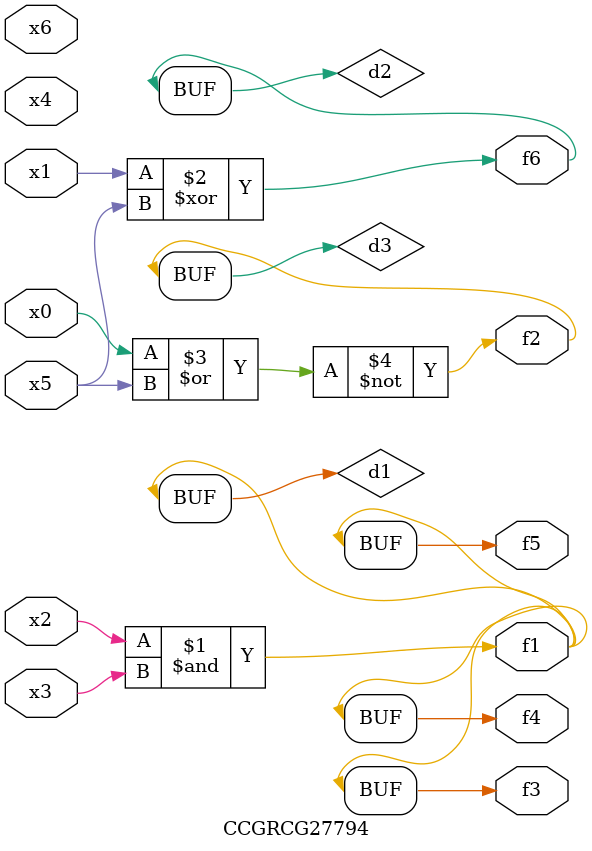
<source format=v>
module CCGRCG27794(
	input x0, x1, x2, x3, x4, x5, x6,
	output f1, f2, f3, f4, f5, f6
);

	wire d1, d2, d3;

	and (d1, x2, x3);
	xor (d2, x1, x5);
	nor (d3, x0, x5);
	assign f1 = d1;
	assign f2 = d3;
	assign f3 = d1;
	assign f4 = d1;
	assign f5 = d1;
	assign f6 = d2;
endmodule

</source>
